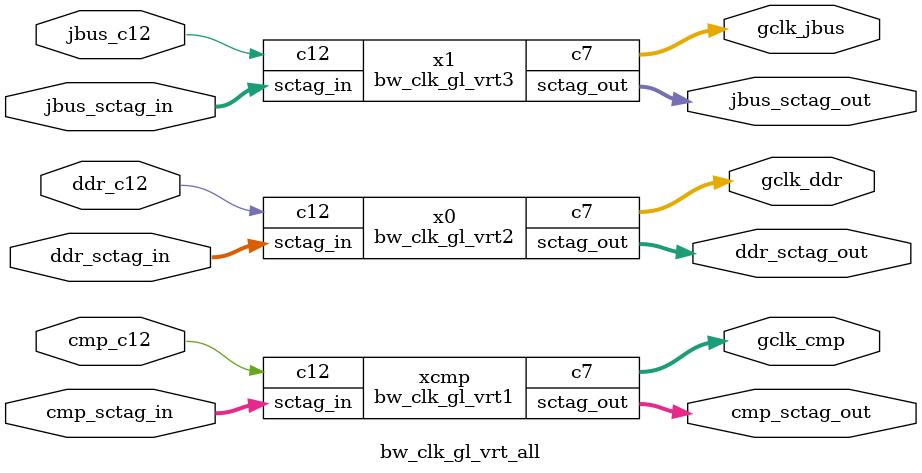
<source format=v>
module bw_clk_gl_vrt1(c12 ,sctag_in ,sctag_out ,c7 );
output [1:0]	sctag_out ;
output [7:0]	c7 ;
input [1:0]	sctag_in ;
input		c12 ;
 
wire [1:0]	c11 ;
wire [3:0]	c8 ;
wire [1:0]	c10 ;
wire [1:0]	c9 ;
 
assign	c8[2] = sctag_in[1] ;
assign	c8[1] = sctag_in[0] ;
assign	sctag_out[1] = c9[1] ;
assign	sctag_out[0] = c9[0] ;
 
bw_clk_gclk_inv_r90_224x xc7_1_ (
     .clkout          (c7[1] ),
     .clkin           (c8[0] ) );
bw_clk_gclk_inv_r90_256x xc10a_0_ (
     .clkout          (c11[0] ),
     .clkin           (c12 ) );
bw_clk_gclk_inv_r90_224x xc7_2_ (
     .clkout          (c7[2] ),
     .clkin           (c8[1] ) );
bw_clk_gclk_inv_r90_192x xc8_0_ (
     .clkout          (c8[0] ),
     .clkin           (c9[0] ) );
bw_clk_gclk_inv_r90_256x xc10a_1_ (
     .clkout          (c11[1] ),
     .clkin           (c12 ) );
bw_clk_gclk_inv_r90_224x xc7_3_ (
     .clkout          (c7[3] ),
     .clkin           (c8[1] ) );
bw_clk_gclk_inv_r90_192x xc10b_0_ (
     .clkout          (c10[0] ),
     .clkin           (c11[0] ) );
bw_clk_gclk_inv_r90_224x xc7_4_ (
     .clkout          (c7[4] ),
     .clkin           (c8[2] ) );
bw_clk_gclk_inv_r90_224x xc9_0_ (
     .clkout          (c9[0] ),
     .clkin           (c10[0] ) );
bw_clk_gclk_inv_r90_192x xc10b_1_ (
     .clkout          (c10[1] ),
     .clkin           (c11[1] ) );
bw_clk_gclk_inv_r90_224x xc7_5_ (
     .clkout          (c7[5] ),
     .clkin           (c8[2] ) );
bw_clk_gclk_inv_r90_224x xc9_1_ (
     .clkout          (c9[1] ),
     .clkin           (c10[1] ) );
bw_clk_gclk_inv_r90_192x xc8_3_ (
     .clkout          (c8[3] ),
     .clkin           (c9[1] ) );
bw_clk_gclk_inv_r90_224x xc7_6_ (
     .clkout          (c7[6] ),
     .clkin           (c8[3] ) );
bw_clk_gclk_inv_r90_224x xc7_7_ (
     .clkout          (c7[7] ),
     .clkin           (c8[3] ) );
bw_clk_gclk_inv_r90_224x xc7_0_ (
     .clkout          (c7[0] ),
     .clkin           (c8[0] ) );
endmodule

module bw_clk_gl_vrt2(c7 ,sctag_out ,sctag_in ,c12 );
output [7:0]	c7 ;
output [1:0]	sctag_out ;
input [1:0]	sctag_in ;
input		c12 ;
 
wire [1:0]	c11 ;
wire [3:0]	c8 ;
wire [1:0]	c10 ;
wire [1:0]	c9 ;
 
assign	sctag_out[1] = c9[1] ;
assign	sctag_out[0] = c9[0] ;
assign	c8[2] = sctag_in[1] ;
assign	c8[1] = sctag_in[0] ;
 
bw_clk_gclk_inv_r90_224x xc7_1_ (
     .clkout          (c7[1] ),
     .clkin           (c8[0] ) );
bw_clk_gclk_inv_r90_256x xc10a_0_ (
     .clkout          (c11[0] ),
     .clkin           (c12 ) );
bw_clk_gclk_inv_r90_192x xc8_0_ (
     .clkout          (c8[0] ),
     .clkin           (c9[0] ) );
bw_clk_gclk_inv_r90_224x xc7_2_ (
     .clkout          (c7[2] ),
     .clkin           (c8[1] ) );
bw_clk_gclk_inv_r90_256x xc10a_1_ (
     .clkout          (c11[1] ),
     .clkin           (c12 ) );
bw_clk_gclk_inv_r90_224x xc7_3_ (
     .clkout          (c7[3] ),
     .clkin           (c8[1] ) );
bw_clk_gclk_inv_r90_192x xc10b_0_ (
     .clkout          (c10[0] ),
     .clkin           (c11[0] ) );
bw_clk_gclk_inv_r90_224x xc7_4_ (
     .clkout          (c7[4] ),
     .clkin           (c8[2] ) );
bw_clk_gclk_inv_r90_224x xc9_0_ (
     .clkout          (c9[0] ),
     .clkin           (c10[0] ) );
bw_clk_gclk_inv_r90_192x xc10b_1_ (
     .clkout          (c10[1] ),
     .clkin           (c11[1] ) );
bw_clk_gclk_inv_r90_192x xc8_3_ (
     .clkout          (c8[3] ),
     .clkin           (c9[1] ) );
bw_clk_gclk_inv_r90_224x xc7_5_ (
     .clkout          (c7[5] ),
     .clkin           (c8[2] ) );
bw_clk_gclk_inv_r90_224x xc9_1_ (
     .clkout          (c9[1] ),
     .clkin           (c10[1] ) );
bw_clk_gclk_inv_r90_224x xc7_6_ (
     .clkout          (c7[6] ),
     .clkin           (c8[3] ) );
bw_clk_gclk_inv_r90_224x xc7_7_ (
     .clkout          (c7[7] ),
     .clkin           (c8[3] ) );
bw_clk_gclk_inv_r90_224x xc7_0_ (
     .clkout          (c7[0] ),
     .clkin           (c8[0] ) );
endmodule

module bw_clk_gl_vrt3(c7 ,sctag_out ,sctag_in ,c12 );
output [7:0]	c7 ;
output [1:0]	sctag_out ;
input [1:0]	sctag_in ;
input		c12 ;
 
wire [1:0]	c11 ;
wire [3:0]	c8 ;
wire [1:0]	c10 ;
wire [1:0]	c9 ;
 
assign	sctag_out[1] = c9[1] ;
assign	sctag_out[0] = c9[0] ;
assign	c8[2] = sctag_in[1] ;
assign	c8[1] = sctag_in[0] ;
 
bw_clk_gclk_inv_r90_224x xc7_1_ (
     .clkout          (c7[1] ),
     .clkin           (c8[0] ) );
bw_clk_gclk_inv_r90_256x xc10a_0_ (
     .clkout          (c11[0] ),
     .clkin           (c12 ) );
bw_clk_gclk_inv_r90_224x xc7_2_ (
     .clkout          (c7[2] ),
     .clkin           (c8[1] ) );
bw_clk_gclk_inv_r90_192x xc8_0_ (
     .clkout          (c8[0] ),
     .clkin           (c9[0] ) );
bw_clk_gclk_inv_r90_256x xc10a_1_ (
     .clkout          (c11[1] ),
     .clkin           (c12 ) );
bw_clk_gclk_inv_r90_224x xc7_3_ (
     .clkout          (c7[3] ),
     .clkin           (c8[1] ) );
bw_clk_gclk_inv_r90_192x xc10b_0_ (
     .clkout          (c10[0] ),
     .clkin           (c11[0] ) );
bw_clk_gclk_inv_r90_224x xc9_0_ (
     .clkout          (c9[0] ),
     .clkin           (c10[0] ) );
bw_clk_gclk_inv_r90_224x xc7_4_ (
     .clkout          (c7[4] ),
     .clkin           (c8[2] ) );
bw_clk_gclk_inv_r90_192x xc10b_1_ (
     .clkout          (c10[1] ),
     .clkin           (c11[1] ) );
bw_clk_gclk_inv_r90_224x xc9_1_ (
     .clkout          (c9[1] ),
     .clkin           (c10[1] ) );
bw_clk_gclk_inv_r90_224x xc7_5_ (
     .clkout          (c7[5] ),
     .clkin           (c8[2] ) );
bw_clk_gclk_inv_r90_192x xc8_3_ (
     .clkout          (c8[3] ),
     .clkin           (c9[1] ) );
bw_clk_gclk_inv_r90_224x xc7_6_ (
     .clkout          (c7[6] ),
     .clkin           (c8[3] ) );
bw_clk_gclk_inv_r90_224x xc7_7_ (
     .clkout          (c7[7] ),
     .clkin           (c8[3] ) );
bw_clk_gclk_inv_r90_224x xc7_0_ (
     .clkout          (c7[0] ),
     .clkin           (c8[0] ) );
endmodule

module bw_clk_gl_vrt_all(jbus_c12 ,cmp_c12 ,cmp_sctag_out ,cmp_sctag_in
      ,ddr_sctag_in ,ddr_sctag_out ,jbus_sctag_in ,jbus_sctag_out ,
     gclk_jbus ,gclk_cmp ,gclk_ddr ,ddr_c12 );
output [1:0]	cmp_sctag_out ;
output [1:0]	ddr_sctag_out ;
output [1:0]	jbus_sctag_out ;
output [7:0]	gclk_jbus ;
output [7:0]	gclk_cmp ;
output [7:0]	gclk_ddr ;
input [1:0]	cmp_sctag_in ;
input [1:0]	ddr_sctag_in ;
input [1:0]	jbus_sctag_in ;
input		jbus_c12 ;
input		cmp_c12 ;
input		ddr_c12 ;
 
 
 
bw_clk_gl_vrt1 xcmp (
     .sctag_in        ({cmp_sctag_in } ),
     .sctag_out       ({cmp_sctag_out } ),
     .c7              ({gclk_cmp } ),
     .c12             (cmp_c12 ) );
bw_clk_gl_vrt2 x0 (
     .c7              ({gclk_ddr } ),
     .sctag_out       ({ddr_sctag_out } ),
     .sctag_in        ({ddr_sctag_in } ),
     .c12             (ddr_c12 ) );
bw_clk_gl_vrt3 x1 (
     .c7              ({gclk_jbus } ),
     .sctag_out       ({jbus_sctag_out } ),
     .sctag_in        ({jbus_sctag_in } ),
     .c12             (jbus_c12 ) );
endmodule


</source>
